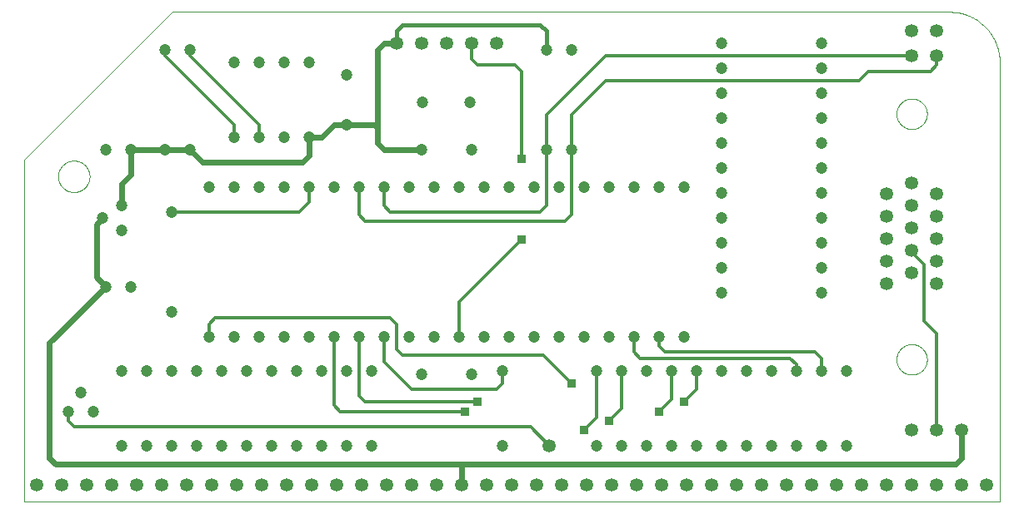
<source format=gtl>
G75*
%MOIN*%
%OFA0B0*%
%FSLAX25Y25*%
%IPPOS*%
%LPD*%
%AMOC8*
5,1,8,0,0,1.08239X$1,22.5*
%
%ADD10C,0.00000*%
%ADD11C,0.05315*%
%ADD12C,0.04724*%
%ADD13C,0.02400*%
%ADD14C,0.01600*%
%ADD15C,0.01400*%
%ADD16R,0.03369X0.03369*%
D10*
X0001500Y0001000D02*
X0001500Y0138201D01*
X0060598Y0197299D01*
X0371602Y0197299D01*
X0372087Y0197293D01*
X0372572Y0197276D01*
X0373056Y0197246D01*
X0373540Y0197205D01*
X0374022Y0197153D01*
X0374503Y0197088D01*
X0374982Y0197012D01*
X0375460Y0196925D01*
X0375935Y0196826D01*
X0376407Y0196716D01*
X0376877Y0196594D01*
X0377344Y0196461D01*
X0377807Y0196316D01*
X0378266Y0196161D01*
X0378722Y0195994D01*
X0379174Y0195817D01*
X0379621Y0195628D01*
X0380063Y0195429D01*
X0380501Y0195219D01*
X0380933Y0194999D01*
X0381360Y0194768D01*
X0381781Y0194527D01*
X0382196Y0194276D01*
X0382606Y0194015D01*
X0383008Y0193745D01*
X0383404Y0193464D01*
X0383793Y0193174D01*
X0384175Y0192875D01*
X0384550Y0192567D01*
X0384917Y0192249D01*
X0385276Y0191923D01*
X0385627Y0191589D01*
X0385971Y0191245D01*
X0386305Y0190894D01*
X0386631Y0190535D01*
X0386949Y0190168D01*
X0387257Y0189793D01*
X0387556Y0189411D01*
X0387846Y0189022D01*
X0388127Y0188626D01*
X0388397Y0188224D01*
X0388658Y0187814D01*
X0388909Y0187399D01*
X0389150Y0186978D01*
X0389381Y0186551D01*
X0389601Y0186119D01*
X0389811Y0185681D01*
X0390010Y0185239D01*
X0390199Y0184792D01*
X0390376Y0184340D01*
X0390543Y0183884D01*
X0390698Y0183425D01*
X0390843Y0182962D01*
X0390976Y0182495D01*
X0391098Y0182025D01*
X0391208Y0181553D01*
X0391307Y0181078D01*
X0391394Y0180600D01*
X0391470Y0180121D01*
X0391535Y0179640D01*
X0391587Y0179158D01*
X0391628Y0178674D01*
X0391658Y0178190D01*
X0391675Y0177705D01*
X0391681Y0177220D01*
X0391681Y0001000D01*
X0001500Y0001000D01*
X0015000Y0131402D02*
X0015002Y0131560D01*
X0015008Y0131718D01*
X0015018Y0131876D01*
X0015032Y0132034D01*
X0015050Y0132191D01*
X0015071Y0132348D01*
X0015097Y0132504D01*
X0015127Y0132660D01*
X0015160Y0132815D01*
X0015198Y0132968D01*
X0015239Y0133121D01*
X0015284Y0133273D01*
X0015333Y0133424D01*
X0015386Y0133573D01*
X0015442Y0133721D01*
X0015502Y0133867D01*
X0015566Y0134012D01*
X0015634Y0134155D01*
X0015705Y0134297D01*
X0015779Y0134437D01*
X0015857Y0134574D01*
X0015939Y0134710D01*
X0016023Y0134844D01*
X0016112Y0134975D01*
X0016203Y0135104D01*
X0016298Y0135231D01*
X0016395Y0135356D01*
X0016496Y0135478D01*
X0016600Y0135597D01*
X0016707Y0135714D01*
X0016817Y0135828D01*
X0016930Y0135939D01*
X0017045Y0136048D01*
X0017163Y0136153D01*
X0017284Y0136255D01*
X0017407Y0136355D01*
X0017533Y0136451D01*
X0017661Y0136544D01*
X0017791Y0136634D01*
X0017924Y0136720D01*
X0018059Y0136804D01*
X0018195Y0136883D01*
X0018334Y0136960D01*
X0018475Y0137032D01*
X0018617Y0137102D01*
X0018761Y0137167D01*
X0018907Y0137229D01*
X0019054Y0137287D01*
X0019203Y0137342D01*
X0019353Y0137393D01*
X0019504Y0137440D01*
X0019656Y0137483D01*
X0019809Y0137522D01*
X0019964Y0137558D01*
X0020119Y0137589D01*
X0020275Y0137617D01*
X0020431Y0137641D01*
X0020588Y0137661D01*
X0020746Y0137677D01*
X0020903Y0137689D01*
X0021062Y0137697D01*
X0021220Y0137701D01*
X0021378Y0137701D01*
X0021536Y0137697D01*
X0021695Y0137689D01*
X0021852Y0137677D01*
X0022010Y0137661D01*
X0022167Y0137641D01*
X0022323Y0137617D01*
X0022479Y0137589D01*
X0022634Y0137558D01*
X0022789Y0137522D01*
X0022942Y0137483D01*
X0023094Y0137440D01*
X0023245Y0137393D01*
X0023395Y0137342D01*
X0023544Y0137287D01*
X0023691Y0137229D01*
X0023837Y0137167D01*
X0023981Y0137102D01*
X0024123Y0137032D01*
X0024264Y0136960D01*
X0024403Y0136883D01*
X0024539Y0136804D01*
X0024674Y0136720D01*
X0024807Y0136634D01*
X0024937Y0136544D01*
X0025065Y0136451D01*
X0025191Y0136355D01*
X0025314Y0136255D01*
X0025435Y0136153D01*
X0025553Y0136048D01*
X0025668Y0135939D01*
X0025781Y0135828D01*
X0025891Y0135714D01*
X0025998Y0135597D01*
X0026102Y0135478D01*
X0026203Y0135356D01*
X0026300Y0135231D01*
X0026395Y0135104D01*
X0026486Y0134975D01*
X0026575Y0134844D01*
X0026659Y0134710D01*
X0026741Y0134574D01*
X0026819Y0134437D01*
X0026893Y0134297D01*
X0026964Y0134155D01*
X0027032Y0134012D01*
X0027096Y0133867D01*
X0027156Y0133721D01*
X0027212Y0133573D01*
X0027265Y0133424D01*
X0027314Y0133273D01*
X0027359Y0133121D01*
X0027400Y0132968D01*
X0027438Y0132815D01*
X0027471Y0132660D01*
X0027501Y0132504D01*
X0027527Y0132348D01*
X0027548Y0132191D01*
X0027566Y0132034D01*
X0027580Y0131876D01*
X0027590Y0131718D01*
X0027596Y0131560D01*
X0027598Y0131402D01*
X0027596Y0131244D01*
X0027590Y0131086D01*
X0027580Y0130928D01*
X0027566Y0130770D01*
X0027548Y0130613D01*
X0027527Y0130456D01*
X0027501Y0130300D01*
X0027471Y0130144D01*
X0027438Y0129989D01*
X0027400Y0129836D01*
X0027359Y0129683D01*
X0027314Y0129531D01*
X0027265Y0129380D01*
X0027212Y0129231D01*
X0027156Y0129083D01*
X0027096Y0128937D01*
X0027032Y0128792D01*
X0026964Y0128649D01*
X0026893Y0128507D01*
X0026819Y0128367D01*
X0026741Y0128230D01*
X0026659Y0128094D01*
X0026575Y0127960D01*
X0026486Y0127829D01*
X0026395Y0127700D01*
X0026300Y0127573D01*
X0026203Y0127448D01*
X0026102Y0127326D01*
X0025998Y0127207D01*
X0025891Y0127090D01*
X0025781Y0126976D01*
X0025668Y0126865D01*
X0025553Y0126756D01*
X0025435Y0126651D01*
X0025314Y0126549D01*
X0025191Y0126449D01*
X0025065Y0126353D01*
X0024937Y0126260D01*
X0024807Y0126170D01*
X0024674Y0126084D01*
X0024539Y0126000D01*
X0024403Y0125921D01*
X0024264Y0125844D01*
X0024123Y0125772D01*
X0023981Y0125702D01*
X0023837Y0125637D01*
X0023691Y0125575D01*
X0023544Y0125517D01*
X0023395Y0125462D01*
X0023245Y0125411D01*
X0023094Y0125364D01*
X0022942Y0125321D01*
X0022789Y0125282D01*
X0022634Y0125246D01*
X0022479Y0125215D01*
X0022323Y0125187D01*
X0022167Y0125163D01*
X0022010Y0125143D01*
X0021852Y0125127D01*
X0021695Y0125115D01*
X0021536Y0125107D01*
X0021378Y0125103D01*
X0021220Y0125103D01*
X0021062Y0125107D01*
X0020903Y0125115D01*
X0020746Y0125127D01*
X0020588Y0125143D01*
X0020431Y0125163D01*
X0020275Y0125187D01*
X0020119Y0125215D01*
X0019964Y0125246D01*
X0019809Y0125282D01*
X0019656Y0125321D01*
X0019504Y0125364D01*
X0019353Y0125411D01*
X0019203Y0125462D01*
X0019054Y0125517D01*
X0018907Y0125575D01*
X0018761Y0125637D01*
X0018617Y0125702D01*
X0018475Y0125772D01*
X0018334Y0125844D01*
X0018195Y0125921D01*
X0018059Y0126000D01*
X0017924Y0126084D01*
X0017791Y0126170D01*
X0017661Y0126260D01*
X0017533Y0126353D01*
X0017407Y0126449D01*
X0017284Y0126549D01*
X0017163Y0126651D01*
X0017045Y0126756D01*
X0016930Y0126865D01*
X0016817Y0126976D01*
X0016707Y0127090D01*
X0016600Y0127207D01*
X0016496Y0127326D01*
X0016395Y0127448D01*
X0016298Y0127573D01*
X0016203Y0127700D01*
X0016112Y0127829D01*
X0016023Y0127960D01*
X0015939Y0128094D01*
X0015857Y0128230D01*
X0015779Y0128367D01*
X0015705Y0128507D01*
X0015634Y0128649D01*
X0015566Y0128792D01*
X0015502Y0128937D01*
X0015442Y0129083D01*
X0015386Y0129231D01*
X0015333Y0129380D01*
X0015284Y0129531D01*
X0015239Y0129683D01*
X0015198Y0129836D01*
X0015160Y0129989D01*
X0015127Y0130144D01*
X0015097Y0130300D01*
X0015071Y0130456D01*
X0015050Y0130613D01*
X0015032Y0130770D01*
X0015018Y0130928D01*
X0015008Y0131086D01*
X0015002Y0131244D01*
X0015000Y0131402D01*
X0350398Y0156463D02*
X0350400Y0156619D01*
X0350406Y0156775D01*
X0350416Y0156930D01*
X0350430Y0157085D01*
X0350448Y0157240D01*
X0350470Y0157394D01*
X0350495Y0157548D01*
X0350525Y0157701D01*
X0350559Y0157853D01*
X0350596Y0158005D01*
X0350637Y0158155D01*
X0350682Y0158304D01*
X0350731Y0158452D01*
X0350784Y0158599D01*
X0350840Y0158744D01*
X0350900Y0158888D01*
X0350964Y0159030D01*
X0351032Y0159171D01*
X0351103Y0159309D01*
X0351177Y0159446D01*
X0351255Y0159581D01*
X0351336Y0159714D01*
X0351421Y0159845D01*
X0351509Y0159974D01*
X0351600Y0160100D01*
X0351695Y0160224D01*
X0351792Y0160345D01*
X0351893Y0160464D01*
X0351997Y0160581D01*
X0352103Y0160694D01*
X0352213Y0160805D01*
X0352325Y0160913D01*
X0352440Y0161018D01*
X0352558Y0161121D01*
X0352678Y0161220D01*
X0352801Y0161316D01*
X0352926Y0161409D01*
X0353053Y0161498D01*
X0353183Y0161585D01*
X0353315Y0161668D01*
X0353449Y0161747D01*
X0353585Y0161824D01*
X0353723Y0161896D01*
X0353862Y0161966D01*
X0354004Y0162031D01*
X0354147Y0162093D01*
X0354291Y0162151D01*
X0354437Y0162206D01*
X0354585Y0162257D01*
X0354733Y0162304D01*
X0354883Y0162347D01*
X0355034Y0162386D01*
X0355186Y0162422D01*
X0355338Y0162453D01*
X0355492Y0162481D01*
X0355646Y0162505D01*
X0355800Y0162525D01*
X0355955Y0162541D01*
X0356111Y0162553D01*
X0356266Y0162561D01*
X0356422Y0162565D01*
X0356578Y0162565D01*
X0356734Y0162561D01*
X0356889Y0162553D01*
X0357045Y0162541D01*
X0357200Y0162525D01*
X0357354Y0162505D01*
X0357508Y0162481D01*
X0357662Y0162453D01*
X0357814Y0162422D01*
X0357966Y0162386D01*
X0358117Y0162347D01*
X0358267Y0162304D01*
X0358415Y0162257D01*
X0358563Y0162206D01*
X0358709Y0162151D01*
X0358853Y0162093D01*
X0358996Y0162031D01*
X0359138Y0161966D01*
X0359277Y0161896D01*
X0359415Y0161824D01*
X0359551Y0161747D01*
X0359685Y0161668D01*
X0359817Y0161585D01*
X0359947Y0161498D01*
X0360074Y0161409D01*
X0360199Y0161316D01*
X0360322Y0161220D01*
X0360442Y0161121D01*
X0360560Y0161018D01*
X0360675Y0160913D01*
X0360787Y0160805D01*
X0360897Y0160694D01*
X0361003Y0160581D01*
X0361107Y0160464D01*
X0361208Y0160345D01*
X0361305Y0160224D01*
X0361400Y0160100D01*
X0361491Y0159974D01*
X0361579Y0159845D01*
X0361664Y0159714D01*
X0361745Y0159581D01*
X0361823Y0159446D01*
X0361897Y0159309D01*
X0361968Y0159171D01*
X0362036Y0159030D01*
X0362100Y0158888D01*
X0362160Y0158744D01*
X0362216Y0158599D01*
X0362269Y0158452D01*
X0362318Y0158304D01*
X0362363Y0158155D01*
X0362404Y0158005D01*
X0362441Y0157853D01*
X0362475Y0157701D01*
X0362505Y0157548D01*
X0362530Y0157394D01*
X0362552Y0157240D01*
X0362570Y0157085D01*
X0362584Y0156930D01*
X0362594Y0156775D01*
X0362600Y0156619D01*
X0362602Y0156463D01*
X0362600Y0156307D01*
X0362594Y0156151D01*
X0362584Y0155996D01*
X0362570Y0155841D01*
X0362552Y0155686D01*
X0362530Y0155532D01*
X0362505Y0155378D01*
X0362475Y0155225D01*
X0362441Y0155073D01*
X0362404Y0154921D01*
X0362363Y0154771D01*
X0362318Y0154622D01*
X0362269Y0154474D01*
X0362216Y0154327D01*
X0362160Y0154182D01*
X0362100Y0154038D01*
X0362036Y0153896D01*
X0361968Y0153755D01*
X0361897Y0153617D01*
X0361823Y0153480D01*
X0361745Y0153345D01*
X0361664Y0153212D01*
X0361579Y0153081D01*
X0361491Y0152952D01*
X0361400Y0152826D01*
X0361305Y0152702D01*
X0361208Y0152581D01*
X0361107Y0152462D01*
X0361003Y0152345D01*
X0360897Y0152232D01*
X0360787Y0152121D01*
X0360675Y0152013D01*
X0360560Y0151908D01*
X0360442Y0151805D01*
X0360322Y0151706D01*
X0360199Y0151610D01*
X0360074Y0151517D01*
X0359947Y0151428D01*
X0359817Y0151341D01*
X0359685Y0151258D01*
X0359551Y0151179D01*
X0359415Y0151102D01*
X0359277Y0151030D01*
X0359138Y0150960D01*
X0358996Y0150895D01*
X0358853Y0150833D01*
X0358709Y0150775D01*
X0358563Y0150720D01*
X0358415Y0150669D01*
X0358267Y0150622D01*
X0358117Y0150579D01*
X0357966Y0150540D01*
X0357814Y0150504D01*
X0357662Y0150473D01*
X0357508Y0150445D01*
X0357354Y0150421D01*
X0357200Y0150401D01*
X0357045Y0150385D01*
X0356889Y0150373D01*
X0356734Y0150365D01*
X0356578Y0150361D01*
X0356422Y0150361D01*
X0356266Y0150365D01*
X0356111Y0150373D01*
X0355955Y0150385D01*
X0355800Y0150401D01*
X0355646Y0150421D01*
X0355492Y0150445D01*
X0355338Y0150473D01*
X0355186Y0150504D01*
X0355034Y0150540D01*
X0354883Y0150579D01*
X0354733Y0150622D01*
X0354585Y0150669D01*
X0354437Y0150720D01*
X0354291Y0150775D01*
X0354147Y0150833D01*
X0354004Y0150895D01*
X0353862Y0150960D01*
X0353723Y0151030D01*
X0353585Y0151102D01*
X0353449Y0151179D01*
X0353315Y0151258D01*
X0353183Y0151341D01*
X0353053Y0151428D01*
X0352926Y0151517D01*
X0352801Y0151610D01*
X0352678Y0151706D01*
X0352558Y0151805D01*
X0352440Y0151908D01*
X0352325Y0152013D01*
X0352213Y0152121D01*
X0352103Y0152232D01*
X0351997Y0152345D01*
X0351893Y0152462D01*
X0351792Y0152581D01*
X0351695Y0152702D01*
X0351600Y0152826D01*
X0351509Y0152952D01*
X0351421Y0153081D01*
X0351336Y0153212D01*
X0351255Y0153345D01*
X0351177Y0153480D01*
X0351103Y0153617D01*
X0351032Y0153755D01*
X0350964Y0153896D01*
X0350900Y0154038D01*
X0350840Y0154182D01*
X0350784Y0154327D01*
X0350731Y0154474D01*
X0350682Y0154622D01*
X0350637Y0154771D01*
X0350596Y0154921D01*
X0350559Y0155073D01*
X0350525Y0155225D01*
X0350495Y0155378D01*
X0350470Y0155532D01*
X0350448Y0155686D01*
X0350430Y0155841D01*
X0350416Y0155996D01*
X0350406Y0156151D01*
X0350400Y0156307D01*
X0350398Y0156463D01*
X0350398Y0058037D02*
X0350400Y0058193D01*
X0350406Y0058349D01*
X0350416Y0058504D01*
X0350430Y0058659D01*
X0350448Y0058814D01*
X0350470Y0058968D01*
X0350495Y0059122D01*
X0350525Y0059275D01*
X0350559Y0059427D01*
X0350596Y0059579D01*
X0350637Y0059729D01*
X0350682Y0059878D01*
X0350731Y0060026D01*
X0350784Y0060173D01*
X0350840Y0060318D01*
X0350900Y0060462D01*
X0350964Y0060604D01*
X0351032Y0060745D01*
X0351103Y0060883D01*
X0351177Y0061020D01*
X0351255Y0061155D01*
X0351336Y0061288D01*
X0351421Y0061419D01*
X0351509Y0061548D01*
X0351600Y0061674D01*
X0351695Y0061798D01*
X0351792Y0061919D01*
X0351893Y0062038D01*
X0351997Y0062155D01*
X0352103Y0062268D01*
X0352213Y0062379D01*
X0352325Y0062487D01*
X0352440Y0062592D01*
X0352558Y0062695D01*
X0352678Y0062794D01*
X0352801Y0062890D01*
X0352926Y0062983D01*
X0353053Y0063072D01*
X0353183Y0063159D01*
X0353315Y0063242D01*
X0353449Y0063321D01*
X0353585Y0063398D01*
X0353723Y0063470D01*
X0353862Y0063540D01*
X0354004Y0063605D01*
X0354147Y0063667D01*
X0354291Y0063725D01*
X0354437Y0063780D01*
X0354585Y0063831D01*
X0354733Y0063878D01*
X0354883Y0063921D01*
X0355034Y0063960D01*
X0355186Y0063996D01*
X0355338Y0064027D01*
X0355492Y0064055D01*
X0355646Y0064079D01*
X0355800Y0064099D01*
X0355955Y0064115D01*
X0356111Y0064127D01*
X0356266Y0064135D01*
X0356422Y0064139D01*
X0356578Y0064139D01*
X0356734Y0064135D01*
X0356889Y0064127D01*
X0357045Y0064115D01*
X0357200Y0064099D01*
X0357354Y0064079D01*
X0357508Y0064055D01*
X0357662Y0064027D01*
X0357814Y0063996D01*
X0357966Y0063960D01*
X0358117Y0063921D01*
X0358267Y0063878D01*
X0358415Y0063831D01*
X0358563Y0063780D01*
X0358709Y0063725D01*
X0358853Y0063667D01*
X0358996Y0063605D01*
X0359138Y0063540D01*
X0359277Y0063470D01*
X0359415Y0063398D01*
X0359551Y0063321D01*
X0359685Y0063242D01*
X0359817Y0063159D01*
X0359947Y0063072D01*
X0360074Y0062983D01*
X0360199Y0062890D01*
X0360322Y0062794D01*
X0360442Y0062695D01*
X0360560Y0062592D01*
X0360675Y0062487D01*
X0360787Y0062379D01*
X0360897Y0062268D01*
X0361003Y0062155D01*
X0361107Y0062038D01*
X0361208Y0061919D01*
X0361305Y0061798D01*
X0361400Y0061674D01*
X0361491Y0061548D01*
X0361579Y0061419D01*
X0361664Y0061288D01*
X0361745Y0061155D01*
X0361823Y0061020D01*
X0361897Y0060883D01*
X0361968Y0060745D01*
X0362036Y0060604D01*
X0362100Y0060462D01*
X0362160Y0060318D01*
X0362216Y0060173D01*
X0362269Y0060026D01*
X0362318Y0059878D01*
X0362363Y0059729D01*
X0362404Y0059579D01*
X0362441Y0059427D01*
X0362475Y0059275D01*
X0362505Y0059122D01*
X0362530Y0058968D01*
X0362552Y0058814D01*
X0362570Y0058659D01*
X0362584Y0058504D01*
X0362594Y0058349D01*
X0362600Y0058193D01*
X0362602Y0058037D01*
X0362600Y0057881D01*
X0362594Y0057725D01*
X0362584Y0057570D01*
X0362570Y0057415D01*
X0362552Y0057260D01*
X0362530Y0057106D01*
X0362505Y0056952D01*
X0362475Y0056799D01*
X0362441Y0056647D01*
X0362404Y0056495D01*
X0362363Y0056345D01*
X0362318Y0056196D01*
X0362269Y0056048D01*
X0362216Y0055901D01*
X0362160Y0055756D01*
X0362100Y0055612D01*
X0362036Y0055470D01*
X0361968Y0055329D01*
X0361897Y0055191D01*
X0361823Y0055054D01*
X0361745Y0054919D01*
X0361664Y0054786D01*
X0361579Y0054655D01*
X0361491Y0054526D01*
X0361400Y0054400D01*
X0361305Y0054276D01*
X0361208Y0054155D01*
X0361107Y0054036D01*
X0361003Y0053919D01*
X0360897Y0053806D01*
X0360787Y0053695D01*
X0360675Y0053587D01*
X0360560Y0053482D01*
X0360442Y0053379D01*
X0360322Y0053280D01*
X0360199Y0053184D01*
X0360074Y0053091D01*
X0359947Y0053002D01*
X0359817Y0052915D01*
X0359685Y0052832D01*
X0359551Y0052753D01*
X0359415Y0052676D01*
X0359277Y0052604D01*
X0359138Y0052534D01*
X0358996Y0052469D01*
X0358853Y0052407D01*
X0358709Y0052349D01*
X0358563Y0052294D01*
X0358415Y0052243D01*
X0358267Y0052196D01*
X0358117Y0052153D01*
X0357966Y0052114D01*
X0357814Y0052078D01*
X0357662Y0052047D01*
X0357508Y0052019D01*
X0357354Y0051995D01*
X0357200Y0051975D01*
X0357045Y0051959D01*
X0356889Y0051947D01*
X0356734Y0051939D01*
X0356578Y0051935D01*
X0356422Y0051935D01*
X0356266Y0051939D01*
X0356111Y0051947D01*
X0355955Y0051959D01*
X0355800Y0051975D01*
X0355646Y0051995D01*
X0355492Y0052019D01*
X0355338Y0052047D01*
X0355186Y0052078D01*
X0355034Y0052114D01*
X0354883Y0052153D01*
X0354733Y0052196D01*
X0354585Y0052243D01*
X0354437Y0052294D01*
X0354291Y0052349D01*
X0354147Y0052407D01*
X0354004Y0052469D01*
X0353862Y0052534D01*
X0353723Y0052604D01*
X0353585Y0052676D01*
X0353449Y0052753D01*
X0353315Y0052832D01*
X0353183Y0052915D01*
X0353053Y0053002D01*
X0352926Y0053091D01*
X0352801Y0053184D01*
X0352678Y0053280D01*
X0352558Y0053379D01*
X0352440Y0053482D01*
X0352325Y0053587D01*
X0352213Y0053695D01*
X0352103Y0053806D01*
X0351997Y0053919D01*
X0351893Y0054036D01*
X0351792Y0054155D01*
X0351695Y0054276D01*
X0351600Y0054400D01*
X0351509Y0054526D01*
X0351421Y0054655D01*
X0351336Y0054786D01*
X0351255Y0054919D01*
X0351177Y0055054D01*
X0351103Y0055191D01*
X0351032Y0055329D01*
X0350964Y0055470D01*
X0350900Y0055612D01*
X0350840Y0055756D01*
X0350784Y0055901D01*
X0350731Y0056048D01*
X0350682Y0056196D01*
X0350637Y0056345D01*
X0350596Y0056495D01*
X0350559Y0056647D01*
X0350525Y0056799D01*
X0350495Y0056952D01*
X0350470Y0057106D01*
X0350448Y0057260D01*
X0350430Y0057415D01*
X0350416Y0057570D01*
X0350406Y0057725D01*
X0350400Y0057881D01*
X0350398Y0058037D01*
D11*
X0356500Y0029750D03*
X0366500Y0029750D03*
X0376500Y0029750D03*
X0376500Y0007752D03*
X0366500Y0007752D03*
X0356500Y0007752D03*
X0346500Y0007752D03*
X0336500Y0007752D03*
X0326500Y0007752D03*
X0316500Y0007752D03*
X0306500Y0007752D03*
X0296500Y0007752D03*
X0286500Y0007752D03*
X0276500Y0007752D03*
X0266500Y0007752D03*
X0256500Y0007752D03*
X0246500Y0007752D03*
X0236500Y0007752D03*
X0226500Y0007752D03*
X0216500Y0007752D03*
X0206500Y0007752D03*
X0196500Y0007752D03*
X0186500Y0007752D03*
X0176500Y0007752D03*
X0166500Y0007752D03*
X0156500Y0007752D03*
X0146500Y0007752D03*
X0136500Y0007752D03*
X0126500Y0007752D03*
X0116500Y0007752D03*
X0106500Y0007752D03*
X0096500Y0007752D03*
X0086500Y0007752D03*
X0076500Y0007752D03*
X0066500Y0007752D03*
X0056500Y0007752D03*
X0046500Y0007752D03*
X0036500Y0007752D03*
X0026500Y0007752D03*
X0016500Y0007752D03*
X0006500Y0007752D03*
X0211500Y0023500D03*
X0346500Y0088293D03*
X0356500Y0092793D03*
X0346500Y0097293D03*
X0356500Y0101793D03*
X0346500Y0106293D03*
X0356500Y0110793D03*
X0366500Y0106293D03*
X0366500Y0097293D03*
X0366500Y0088293D03*
X0366500Y0115293D03*
X0356500Y0119793D03*
X0346500Y0115293D03*
X0346500Y0124293D03*
X0356500Y0128793D03*
X0366500Y0124293D03*
X0366500Y0179750D03*
X0356500Y0179750D03*
X0356500Y0189750D03*
X0366500Y0189750D03*
X0190250Y0184750D03*
X0180250Y0184750D03*
X0170250Y0184750D03*
X0160250Y0184750D03*
X0150250Y0184750D03*
X0386500Y0007752D03*
D12*
X0330250Y0023500D03*
X0320250Y0023500D03*
X0310250Y0023500D03*
X0300250Y0023500D03*
X0290250Y0023500D03*
X0280250Y0023500D03*
X0270250Y0023500D03*
X0260250Y0023500D03*
X0250250Y0023500D03*
X0240250Y0023500D03*
X0230250Y0023500D03*
X0192750Y0023500D03*
X0140250Y0023500D03*
X0130250Y0023500D03*
X0120250Y0023500D03*
X0110250Y0023500D03*
X0100250Y0023500D03*
X0090250Y0023500D03*
X0080250Y0023500D03*
X0070250Y0023500D03*
X0060250Y0023500D03*
X0050250Y0023500D03*
X0040250Y0023500D03*
X0029000Y0037250D03*
X0019000Y0037250D03*
X0024000Y0044750D03*
X0040250Y0053500D03*
X0050250Y0053500D03*
X0060250Y0053500D03*
X0070250Y0053500D03*
X0080250Y0053500D03*
X0090250Y0053500D03*
X0100250Y0053500D03*
X0110250Y0053500D03*
X0120250Y0053500D03*
X0130250Y0053500D03*
X0140250Y0053500D03*
X0160250Y0052250D03*
X0180250Y0052250D03*
X0192750Y0053500D03*
X0195250Y0067250D03*
X0185250Y0067250D03*
X0175250Y0067250D03*
X0165250Y0067250D03*
X0155250Y0067250D03*
X0145250Y0067250D03*
X0135250Y0067250D03*
X0125250Y0067250D03*
X0115250Y0067250D03*
X0105250Y0067250D03*
X0095250Y0067250D03*
X0085250Y0067250D03*
X0075250Y0067250D03*
X0060250Y0077250D03*
X0044000Y0087250D03*
X0034000Y0087250D03*
X0040250Y0109750D03*
X0032750Y0114750D03*
X0040250Y0119750D03*
X0060250Y0117250D03*
X0075250Y0127250D03*
X0085250Y0127250D03*
X0095250Y0127250D03*
X0105250Y0127250D03*
X0115250Y0127250D03*
X0125250Y0127250D03*
X0135250Y0127250D03*
X0145250Y0127250D03*
X0155250Y0127250D03*
X0165250Y0127250D03*
X0175250Y0127250D03*
X0185250Y0127250D03*
X0195250Y0127250D03*
X0205250Y0127250D03*
X0215250Y0127250D03*
X0225250Y0127250D03*
X0235250Y0127250D03*
X0245250Y0127250D03*
X0255250Y0127250D03*
X0265250Y0127250D03*
X0280250Y0124750D03*
X0280250Y0114750D03*
X0280250Y0104750D03*
X0280250Y0094750D03*
X0280250Y0084750D03*
X0265250Y0067250D03*
X0255250Y0067250D03*
X0245250Y0067250D03*
X0235250Y0067250D03*
X0225250Y0067250D03*
X0215250Y0067250D03*
X0205250Y0067250D03*
X0230250Y0053500D03*
X0240250Y0053500D03*
X0250250Y0053500D03*
X0260250Y0053500D03*
X0270250Y0053500D03*
X0280250Y0053500D03*
X0290250Y0053500D03*
X0300250Y0053500D03*
X0310250Y0053500D03*
X0320250Y0053500D03*
X0330250Y0053500D03*
X0320250Y0084750D03*
X0320250Y0094750D03*
X0320250Y0104750D03*
X0320250Y0114750D03*
X0320250Y0124750D03*
X0320250Y0134750D03*
X0320250Y0144750D03*
X0320250Y0154750D03*
X0320250Y0164750D03*
X0320250Y0174750D03*
X0320250Y0184750D03*
X0280250Y0184750D03*
X0280250Y0174750D03*
X0280250Y0164750D03*
X0280250Y0154750D03*
X0280250Y0144750D03*
X0280250Y0134750D03*
X0220250Y0142250D03*
X0210250Y0142250D03*
X0180250Y0142250D03*
X0160250Y0142250D03*
X0130250Y0152250D03*
X0115250Y0147250D03*
X0105250Y0147250D03*
X0095250Y0147250D03*
X0085250Y0147250D03*
X0067750Y0142250D03*
X0057750Y0142250D03*
X0044000Y0142250D03*
X0034000Y0142250D03*
X0085250Y0177250D03*
X0095250Y0177250D03*
X0105250Y0177250D03*
X0115250Y0177250D03*
X0130250Y0172250D03*
X0160750Y0161000D03*
X0179750Y0161000D03*
X0210250Y0182250D03*
X0220250Y0182250D03*
X0067750Y0182250D03*
X0057750Y0182250D03*
D13*
X0115250Y0147250D02*
X0115250Y0139750D01*
X0112750Y0137250D01*
X0072750Y0137250D01*
X0067750Y0142250D01*
X0057750Y0142250D01*
X0044000Y0142250D01*
X0044000Y0132250D01*
X0040250Y0128500D01*
X0040250Y0119750D01*
X0032750Y0114750D02*
X0030250Y0112250D01*
X0030250Y0091000D01*
X0034000Y0087250D01*
X0011500Y0064750D01*
X0011500Y0018500D01*
X0014000Y0016000D01*
X0176500Y0016000D01*
X0374000Y0016000D01*
X0376500Y0018500D01*
X0376500Y0029750D01*
X0176500Y0016000D02*
X0176500Y0007752D01*
X0160250Y0142250D02*
X0145250Y0142250D01*
X0142750Y0144750D01*
X0142750Y0151000D01*
X0141500Y0152250D01*
X0130250Y0152250D01*
X0125250Y0152250D01*
X0120250Y0147250D01*
X0115250Y0147250D01*
X0141500Y0152250D02*
X0142750Y0152250D01*
X0142750Y0182250D01*
X0145250Y0184750D01*
X0150250Y0184750D01*
D14*
X0150250Y0189750D01*
X0152750Y0192250D01*
X0207750Y0192250D01*
X0210250Y0189750D01*
X0210250Y0182250D01*
D15*
X0200250Y0173500D02*
X0197750Y0176000D01*
X0182750Y0176000D01*
X0180250Y0178500D01*
X0180250Y0184750D01*
X0200250Y0173500D02*
X0200250Y0138500D01*
X0210250Y0142250D02*
X0210250Y0156000D01*
X0234000Y0179750D01*
X0356500Y0179750D01*
X0364000Y0173500D02*
X0339000Y0173500D01*
X0335250Y0169750D01*
X0234000Y0169750D01*
X0220250Y0156000D01*
X0220250Y0142250D01*
X0220250Y0116000D01*
X0217750Y0113500D01*
X0137750Y0113500D01*
X0135250Y0116000D01*
X0135250Y0127250D01*
X0145250Y0127250D02*
X0145250Y0119750D01*
X0147750Y0117250D01*
X0207750Y0117250D01*
X0210250Y0119750D01*
X0210250Y0142250D01*
X0200250Y0106000D02*
X0175250Y0081000D01*
X0175250Y0067250D01*
X0152750Y0059750D02*
X0150250Y0062250D01*
X0150250Y0072250D01*
X0147750Y0074750D01*
X0077750Y0074750D01*
X0075250Y0072250D01*
X0075250Y0067250D01*
X0125250Y0067250D02*
X0125250Y0039750D01*
X0127750Y0037250D01*
X0177750Y0037250D01*
X0182750Y0041000D02*
X0137750Y0041000D01*
X0135250Y0043500D01*
X0135250Y0067250D01*
X0145250Y0067250D02*
X0145250Y0057250D01*
X0156500Y0046000D01*
X0190250Y0046000D01*
X0192750Y0048500D01*
X0192750Y0053500D01*
X0209000Y0059750D02*
X0152750Y0059750D01*
X0209000Y0059750D02*
X0220250Y0048500D01*
X0230250Y0053500D02*
X0230250Y0034750D01*
X0225250Y0029750D01*
X0235250Y0033500D02*
X0240250Y0038500D01*
X0240250Y0053500D01*
X0247750Y0058500D02*
X0307750Y0058500D01*
X0310250Y0056000D01*
X0310250Y0053500D01*
X0320250Y0053500D02*
X0320250Y0058500D01*
X0317750Y0061000D01*
X0257750Y0061000D01*
X0255250Y0063500D01*
X0255250Y0067250D01*
X0245250Y0067250D02*
X0245250Y0061000D01*
X0247750Y0058500D01*
X0260250Y0053500D02*
X0260250Y0042250D01*
X0255250Y0037250D01*
X0265250Y0041000D02*
X0270250Y0046000D01*
X0270250Y0053500D01*
X0211500Y0023500D02*
X0204000Y0031000D01*
X0021500Y0031000D01*
X0019000Y0033500D01*
X0019000Y0037250D01*
X0060250Y0117250D02*
X0111500Y0117250D01*
X0115250Y0121000D01*
X0115250Y0127250D01*
X0095250Y0147250D02*
X0095250Y0152250D01*
X0067750Y0179750D01*
X0067750Y0182250D01*
X0057750Y0182250D02*
X0057750Y0179750D01*
X0085250Y0152250D01*
X0085250Y0147250D01*
X0356500Y0101793D02*
X0356500Y0101000D01*
X0361500Y0096000D01*
X0361500Y0073500D01*
X0366500Y0068500D01*
X0366500Y0029750D01*
X0364000Y0173500D02*
X0366500Y0176000D01*
X0366500Y0179750D01*
D16*
X0200250Y0138500D03*
X0200250Y0106000D03*
X0220250Y0048500D03*
X0235250Y0033500D03*
X0225250Y0029750D03*
X0255250Y0037250D03*
X0265250Y0041000D03*
X0182750Y0041000D03*
X0177750Y0037250D03*
M02*

</source>
